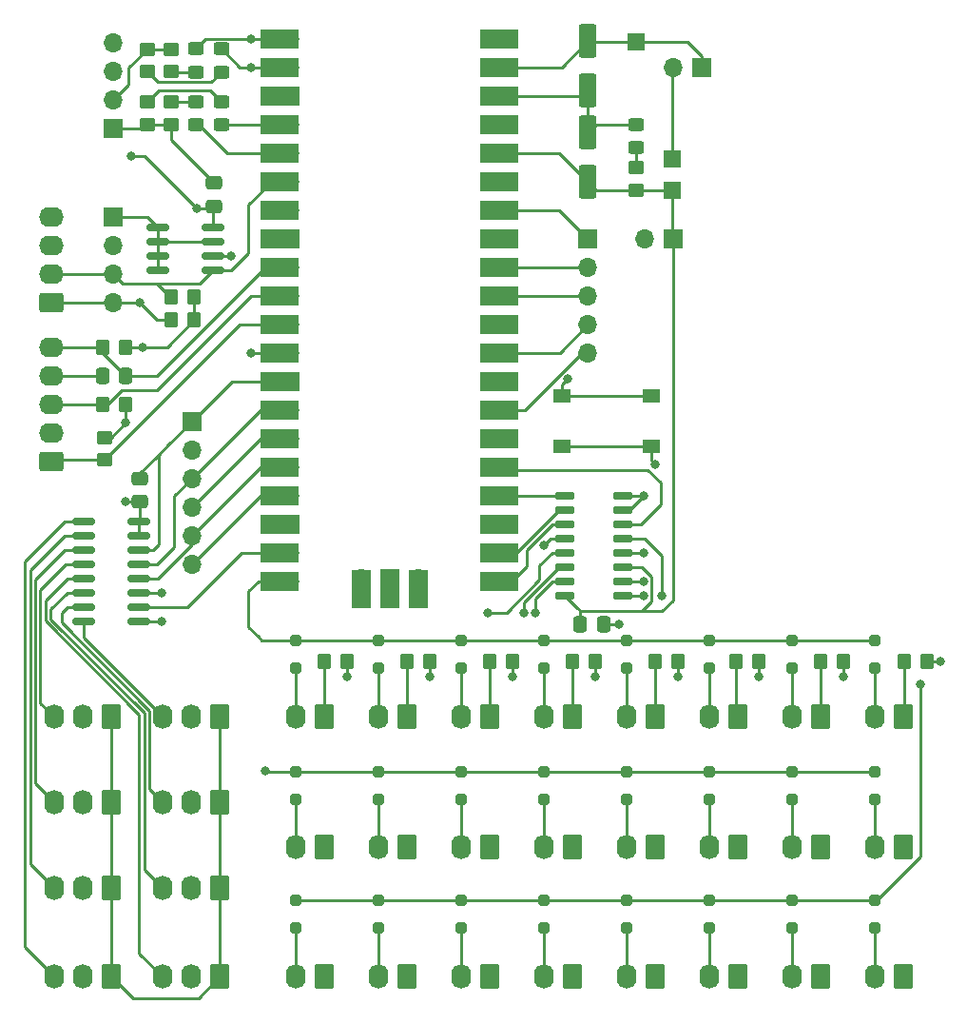
<source format=gtl>
%TF.GenerationSoftware,KiCad,Pcbnew,8.0.2*%
%TF.CreationDate,2024-05-29T13:58:31+02:00*%
%TF.ProjectId,porscheMuehk,706f7273-6368-4654-9d75-65686b2e6b69,rev?*%
%TF.SameCoordinates,Original*%
%TF.FileFunction,Copper,L1,Top*%
%TF.FilePolarity,Positive*%
%FSLAX46Y46*%
G04 Gerber Fmt 4.6, Leading zero omitted, Abs format (unit mm)*
G04 Created by KiCad (PCBNEW 8.0.2) date 2024-05-29 13:58:31*
%MOMM*%
%LPD*%
G01*
G04 APERTURE LIST*
G04 Aperture macros list*
%AMRoundRect*
0 Rectangle with rounded corners*
0 $1 Rounding radius*
0 $2 $3 $4 $5 $6 $7 $8 $9 X,Y pos of 4 corners*
0 Add a 4 corners polygon primitive as box body*
4,1,4,$2,$3,$4,$5,$6,$7,$8,$9,$2,$3,0*
0 Add four circle primitives for the rounded corners*
1,1,$1+$1,$2,$3*
1,1,$1+$1,$4,$5*
1,1,$1+$1,$6,$7*
1,1,$1+$1,$8,$9*
0 Add four rect primitives between the rounded corners*
20,1,$1+$1,$2,$3,$4,$5,0*
20,1,$1+$1,$4,$5,$6,$7,0*
20,1,$1+$1,$6,$7,$8,$9,0*
20,1,$1+$1,$8,$9,$2,$3,0*%
G04 Aperture macros list end*
%TA.AperFunction,ComponentPad*%
%ADD10RoundRect,0.250000X0.620000X0.845000X-0.620000X0.845000X-0.620000X-0.845000X0.620000X-0.845000X0*%
%TD*%
%TA.AperFunction,ComponentPad*%
%ADD11O,1.740000X2.190000*%
%TD*%
%TA.AperFunction,SMDPad,CuDef*%
%ADD12RoundRect,0.250000X-0.250000X0.250000X-0.250000X-0.250000X0.250000X-0.250000X0.250000X0.250000X0*%
%TD*%
%TA.AperFunction,SMDPad,CuDef*%
%ADD13RoundRect,0.250000X-0.450000X0.350000X-0.450000X-0.350000X0.450000X-0.350000X0.450000X0.350000X0*%
%TD*%
%TA.AperFunction,SMDPad,CuDef*%
%ADD14RoundRect,0.250000X0.350000X0.450000X-0.350000X0.450000X-0.350000X-0.450000X0.350000X-0.450000X0*%
%TD*%
%TA.AperFunction,SMDPad,CuDef*%
%ADD15RoundRect,0.250000X-0.550000X1.250000X-0.550000X-1.250000X0.550000X-1.250000X0.550000X1.250000X0*%
%TD*%
%TA.AperFunction,SMDPad,CuDef*%
%ADD16RoundRect,0.250000X0.450000X-0.350000X0.450000X0.350000X-0.450000X0.350000X-0.450000X-0.350000X0*%
%TD*%
%TA.AperFunction,SMDPad,CuDef*%
%ADD17RoundRect,0.250000X0.337500X0.475000X-0.337500X0.475000X-0.337500X-0.475000X0.337500X-0.475000X0*%
%TD*%
%TA.AperFunction,SMDPad,CuDef*%
%ADD18RoundRect,0.150000X-0.825000X-0.150000X0.825000X-0.150000X0.825000X0.150000X-0.825000X0.150000X0*%
%TD*%
%TA.AperFunction,SMDPad,CuDef*%
%ADD19R,1.550000X1.300000*%
%TD*%
%TA.AperFunction,SMDPad,CuDef*%
%ADD20RoundRect,0.250000X-0.337500X-0.475000X0.337500X-0.475000X0.337500X0.475000X-0.337500X0.475000X0*%
%TD*%
%TA.AperFunction,SMDPad,CuDef*%
%ADD21RoundRect,0.150000X0.725000X0.150000X-0.725000X0.150000X-0.725000X-0.150000X0.725000X-0.150000X0*%
%TD*%
%TA.AperFunction,SMDPad,CuDef*%
%ADD22RoundRect,0.250000X-0.450000X0.325000X-0.450000X-0.325000X0.450000X-0.325000X0.450000X0.325000X0*%
%TD*%
%TA.AperFunction,SMDPad,CuDef*%
%ADD23R,1.500000X1.500000*%
%TD*%
%TA.AperFunction,ComponentPad*%
%ADD24R,1.700000X1.700000*%
%TD*%
%TA.AperFunction,ComponentPad*%
%ADD25O,1.700000X1.700000*%
%TD*%
%TA.AperFunction,SMDPad,CuDef*%
%ADD26RoundRect,0.250000X-0.350000X-0.450000X0.350000X-0.450000X0.350000X0.450000X-0.350000X0.450000X0*%
%TD*%
%TA.AperFunction,SMDPad,CuDef*%
%ADD27RoundRect,0.250000X0.475000X-0.337500X0.475000X0.337500X-0.475000X0.337500X-0.475000X-0.337500X0*%
%TD*%
%TA.AperFunction,ComponentPad*%
%ADD28RoundRect,0.250000X0.845000X-0.620000X0.845000X0.620000X-0.845000X0.620000X-0.845000X-0.620000X0*%
%TD*%
%TA.AperFunction,ComponentPad*%
%ADD29O,2.190000X1.740000*%
%TD*%
%TA.AperFunction,SMDPad,CuDef*%
%ADD30RoundRect,0.250000X0.550000X-1.250000X0.550000X1.250000X-0.550000X1.250000X-0.550000X-1.250000X0*%
%TD*%
%TA.AperFunction,SMDPad,CuDef*%
%ADD31R,3.500000X1.700000*%
%TD*%
%TA.AperFunction,SMDPad,CuDef*%
%ADD32R,1.700000X3.500000*%
%TD*%
%TA.AperFunction,ViaPad*%
%ADD33C,0.800000*%
%TD*%
%TA.AperFunction,Conductor*%
%ADD34C,0.250000*%
%TD*%
G04 APERTURE END LIST*
D10*
%TO.P,J42,1,Pin_1*%
%TO.N,Net-(J26-Pin_1)*%
X91313000Y-106152000D03*
D11*
%TO.P,J42,2,Pin_2*%
%TO.N,Net-(D27-A)*%
X88773000Y-106152000D03*
%TD*%
D12*
%TO.P,D22,1,K*%
%TO.N,/Column 2*%
X51943000Y-99334000D03*
%TO.P,D22,2,A*%
%TO.N,Net-(D22-A)*%
X51943000Y-101834000D03*
%TD*%
D13*
%TO.P,R4,1*%
%TO.N,Net-(D4-K)*%
X38735000Y-28337000D03*
%TO.P,R4,2*%
%TO.N,GND*%
X38735000Y-30337000D03*
%TD*%
D14*
%TO.P,R8,1*%
%TO.N,VCC*%
X36814000Y-55245000D03*
%TO.P,R8,2*%
%TO.N,/ENCODER-DT*%
X34814000Y-55245000D03*
%TD*%
%TO.P,R13,1*%
%TO.N,GND*%
X71231000Y-78105000D03*
%TO.P,R13,2*%
%TO.N,Net-(J23-Pin_1)*%
X69231000Y-78105000D03*
%TD*%
D15*
%TO.P,C1,1*%
%TO.N,+5V*%
X77978000Y-22946000D03*
%TO.P,C1,2*%
%TO.N,GND*%
X77978000Y-27346000D03*
%TD*%
D14*
%TO.P,R9,1*%
%TO.N,VCC*%
X36814000Y-50165000D03*
%TO.P,R9,2*%
%TO.N,/ENCODER-CLK*%
X34814000Y-50165000D03*
%TD*%
D10*
%TO.P,J41,1,Pin_1*%
%TO.N,Net-(J25-Pin_1)*%
X83947000Y-106152000D03*
D11*
%TO.P,J41,2,Pin_2*%
%TO.N,Net-(D26-A)*%
X81407000Y-106152000D03*
%TD*%
D12*
%TO.P,D19,1,K*%
%TO.N,/Column 1*%
X88773000Y-87904000D03*
%TO.P,D19,2,A*%
%TO.N,Net-(D19-A)*%
X88773000Y-90404000D03*
%TD*%
D16*
%TO.P,R3,1*%
%TO.N,Net-(D3-A)*%
X38735000Y-25638000D03*
%TO.P,R3,2*%
%TO.N,VCC*%
X38735000Y-23638000D03*
%TD*%
D10*
%TO.P,J30,1,Pin_1*%
%TO.N,Net-(J22-Pin_1)*%
X61849000Y-94595000D03*
D11*
%TO.P,J30,2,Pin_2*%
%TO.N,Net-(D15-A)*%
X59309000Y-94595000D03*
%TD*%
D12*
%TO.P,D18,1,K*%
%TO.N,/Column 1*%
X81407000Y-87904000D03*
%TO.P,D18,2,A*%
%TO.N,Net-(D18-A)*%
X81407000Y-90404000D03*
%TD*%
D17*
%TO.P,C3,1*%
%TO.N,/ENCODER-CLK*%
X36851500Y-52705000D03*
%TO.P,C3,2*%
%TO.N,GND*%
X34776500Y-52705000D03*
%TD*%
D12*
%TO.P,D24,1,K*%
%TO.N,/Column 2*%
X66675000Y-99334000D03*
%TO.P,D24,2,A*%
%TO.N,Net-(D24-A)*%
X66675000Y-101834000D03*
%TD*%
%TO.P,D21,1,K*%
%TO.N,/Column 1*%
X103505000Y-87904000D03*
%TO.P,D21,2,A*%
%TO.N,Net-(D21-A)*%
X103505000Y-90404000D03*
%TD*%
D18*
%TO.P,U2,1,CH0*%
%TO.N,/A0*%
X33085000Y-65659000D03*
%TO.P,U2,2,CH1*%
%TO.N,/A1*%
X33085000Y-66929000D03*
%TO.P,U2,3,CH2*%
%TO.N,/A2*%
X33085000Y-68199000D03*
%TO.P,U2,4,CH3*%
%TO.N,/A3*%
X33085000Y-69469000D03*
%TO.P,U2,5,CH4*%
%TO.N,/A4*%
X33085000Y-70739000D03*
%TO.P,U2,6,CH5*%
%TO.N,/A5*%
X33085000Y-72009000D03*
%TO.P,U2,7,CH6*%
%TO.N,/A6*%
X33085000Y-73279000D03*
%TO.P,U2,8,CH7*%
%TO.N,/A7*%
X33085000Y-74549000D03*
%TO.P,U2,9,DGND*%
%TO.N,GND*%
X38035000Y-74549000D03*
%TO.P,U2,10,~{CS}/SHDN*%
%TO.N,/AD-CS*%
X38035000Y-73279000D03*
%TO.P,U2,11,Din*%
%TO.N,/SPI-MOSI*%
X38035000Y-72009000D03*
%TO.P,U2,12,Dout*%
%TO.N,/SPI-MISO*%
X38035000Y-70739000D03*
%TO.P,U2,13,CLK*%
%TO.N,/SPI-CLK*%
X38035000Y-69469000D03*
%TO.P,U2,14,AGND*%
%TO.N,GND*%
X38035000Y-68199000D03*
%TO.P,U2,15,Vref*%
%TO.N,VCC*%
X38035000Y-66929000D03*
%TO.P,U2,16,Vdd*%
X38035000Y-65659000D03*
%TD*%
D16*
%TO.P,R10,1*%
%TO.N,/ENCODER-BUTTON*%
X34925000Y-60182000D03*
%TO.P,R10,2*%
%TO.N,VCC*%
X34925000Y-58182000D03*
%TD*%
D10*
%TO.P,J33,1,Pin_1*%
%TO.N,Net-(J25-Pin_1)*%
X83947000Y-94595000D03*
D11*
%TO.P,J33,2,Pin_2*%
%TO.N,Net-(D18-A)*%
X81407000Y-94595000D03*
%TD*%
D12*
%TO.P,D7,1,K*%
%TO.N,/Column 0*%
X59309000Y-76220000D03*
%TO.P,D7,2,A*%
%TO.N,Net-(D7-A)*%
X59309000Y-78720000D03*
%TD*%
D10*
%TO.P,J23,1,Pin_1*%
%TO.N,Net-(J23-Pin_1)*%
X69215000Y-83038000D03*
D11*
%TO.P,J23,2,Pin_2*%
%TO.N,Net-(D8-A)*%
X66675000Y-83038000D03*
%TD*%
D12*
%TO.P,D10,1,K*%
%TO.N,/Column 0*%
X81407000Y-76220000D03*
%TO.P,D10,2,A*%
%TO.N,Net-(D10-A)*%
X81407000Y-78720000D03*
%TD*%
%TO.P,D26,1,K*%
%TO.N,/Column 2*%
X81407000Y-99334000D03*
%TO.P,D26,2,A*%
%TO.N,Net-(D26-A)*%
X81407000Y-101834000D03*
%TD*%
D10*
%TO.P,J44,1,Pin_1*%
%TO.N,Net-(J28-Pin_1)*%
X106045000Y-106152000D03*
D11*
%TO.P,J44,2,Pin_2*%
%TO.N,Net-(D29-A)*%
X103505000Y-106152000D03*
%TD*%
D10*
%TO.P,J29,1,Pin_1*%
%TO.N,Net-(J21-Pin_1)*%
X54483000Y-94595000D03*
D11*
%TO.P,J29,2,Pin_2*%
%TO.N,Net-(D14-A)*%
X51943000Y-94595000D03*
%TD*%
D14*
%TO.P,R12,1*%
%TO.N,GND*%
X63865000Y-78105000D03*
%TO.P,R12,2*%
%TO.N,Net-(J22-Pin_1)*%
X61865000Y-78105000D03*
%TD*%
D19*
%TO.P,SW1,1,1*%
%TO.N,/RESET-Switch*%
X75654000Y-54519000D03*
X83604000Y-54519000D03*
%TO.P,SW1,2,2*%
%TO.N,GND*%
X75654000Y-59019000D03*
X83604000Y-59019000D03*
%TD*%
D12*
%TO.P,D11,1,K*%
%TO.N,/Column 0*%
X88773000Y-76220000D03*
%TO.P,D11,2,A*%
%TO.N,Net-(D11-A)*%
X88773000Y-78720000D03*
%TD*%
%TO.P,D23,1,K*%
%TO.N,/Column 2*%
X59309000Y-99334000D03*
%TO.P,D23,2,A*%
%TO.N,Net-(D23-A)*%
X59309000Y-101834000D03*
%TD*%
D14*
%TO.P,R17,1*%
%TO.N,GND*%
X100695000Y-78105000D03*
%TO.P,R17,2*%
%TO.N,Net-(J27-Pin_1)*%
X98695000Y-78105000D03*
%TD*%
D10*
%TO.P,J36,1,Pin_1*%
%TO.N,Net-(J28-Pin_1)*%
X106045000Y-94595000D03*
D11*
%TO.P,J36,2,Pin_2*%
%TO.N,Net-(D21-A)*%
X103505000Y-94595000D03*
%TD*%
D18*
%TO.P,U3,1,A0*%
%TO.N,GND*%
X39689000Y-39497000D03*
%TO.P,U3,2,A1*%
X39689000Y-40767000D03*
%TO.P,U3,3,A2*%
X39689000Y-42037000D03*
%TO.P,U3,4,GND*%
X39689000Y-43307000D03*
%TO.P,U3,5,SDA*%
%TO.N,/SDA*%
X44639000Y-43307000D03*
%TO.P,U3,6,SCL*%
%TO.N,/SCL*%
X44639000Y-42037000D03*
%TO.P,U3,7,WP*%
%TO.N,GND*%
X44639000Y-40767000D03*
%TO.P,U3,8,VCC*%
%TO.N,VCC*%
X44639000Y-39497000D03*
%TD*%
D12*
%TO.P,D12,1,K*%
%TO.N,/Column 0*%
X96139000Y-76220000D03*
%TO.P,D12,2,A*%
%TO.N,Net-(D12-A)*%
X96139000Y-78720000D03*
%TD*%
D10*
%TO.P,J20,1,Pin_1*%
%TO.N,VCC*%
X45212000Y-83058000D03*
D11*
%TO.P,J20,2,Pin_2*%
%TO.N,GND*%
X42672000Y-83058000D03*
%TO.P,J20,3,Pin_3*%
%TO.N,/A7*%
X40132000Y-83058000D03*
%TD*%
D10*
%TO.P,J16,1,Pin_1*%
%TO.N,VCC*%
X35560000Y-83058000D03*
D11*
%TO.P,J16,2,Pin_2*%
%TO.N,GND*%
X33020000Y-83058000D03*
%TO.P,J16,3,Pin_3*%
%TO.N,/A3*%
X30480000Y-83058000D03*
%TD*%
D10*
%TO.P,J28,1,Pin_1*%
%TO.N,Net-(J28-Pin_1)*%
X106045000Y-83038000D03*
D11*
%TO.P,J28,2,Pin_2*%
%TO.N,Net-(D13-A)*%
X103505000Y-83038000D03*
%TD*%
D10*
%TO.P,J32,1,Pin_1*%
%TO.N,Net-(J24-Pin_1)*%
X76581000Y-94595000D03*
D11*
%TO.P,J32,2,Pin_2*%
%TO.N,Net-(D17-A)*%
X74041000Y-94595000D03*
%TD*%
D20*
%TO.P,C6,1*%
%TO.N,VCC*%
X77321500Y-74803000D03*
%TO.P,C6,2*%
%TO.N,GND*%
X79396500Y-74803000D03*
%TD*%
D10*
%TO.P,J34,1,Pin_1*%
%TO.N,Net-(J26-Pin_1)*%
X91313000Y-94595000D03*
D11*
%TO.P,J34,2,Pin_2*%
%TO.N,Net-(D19-A)*%
X88773000Y-94595000D03*
%TD*%
D14*
%TO.P,R11,1*%
%TO.N,GND*%
X56499000Y-78105000D03*
%TO.P,R11,2*%
%TO.N,Net-(J21-Pin_1)*%
X54499000Y-78105000D03*
%TD*%
D21*
%TO.P,U4,1,A4*%
%TO.N,Net-(J25-Pin_1)*%
X81096000Y-72263000D03*
%TO.P,U4,2,A6*%
%TO.N,Net-(J27-Pin_1)*%
X81096000Y-70993000D03*
%TO.P,U4,3,A*%
%TO.N,VCC*%
X81096000Y-69723000D03*
%TO.P,U4,4,A7*%
%TO.N,Net-(J28-Pin_1)*%
X81096000Y-68453000D03*
%TO.P,U4,5,A5*%
%TO.N,Net-(J26-Pin_1)*%
X81096000Y-67183000D03*
%TO.P,U4,6,~{E}*%
%TO.N,/DEMUX-E*%
X81096000Y-65913000D03*
%TO.P,U4,7,VEE*%
%TO.N,GND*%
X81096000Y-64643000D03*
%TO.P,U4,8,GND*%
X81096000Y-63373000D03*
%TO.P,U4,9,S2*%
%TO.N,/DEMUX-S2*%
X75946000Y-63373000D03*
%TO.P,U4,10,S1*%
%TO.N,/DEMUX-S1*%
X75946000Y-64643000D03*
%TO.P,U4,11,S0*%
%TO.N,/DEMUX-S0*%
X75946000Y-65913000D03*
%TO.P,U4,12,A3*%
%TO.N,Net-(J24-Pin_1)*%
X75946000Y-67183000D03*
%TO.P,U4,13,A0*%
%TO.N,Net-(J21-Pin_1)*%
X75946000Y-68453000D03*
%TO.P,U4,14,A1*%
%TO.N,Net-(J22-Pin_1)*%
X75946000Y-69723000D03*
%TO.P,U4,15,A2*%
%TO.N,Net-(J23-Pin_1)*%
X75946000Y-70993000D03*
%TO.P,U4,16,VCC*%
%TO.N,VCC*%
X75946000Y-72263000D03*
%TD*%
D12*
%TO.P,D20,1,K*%
%TO.N,/Column 1*%
X96139000Y-87904000D03*
%TO.P,D20,2,A*%
%TO.N,Net-(D20-A)*%
X96139000Y-90404000D03*
%TD*%
D13*
%TO.P,R5,1*%
%TO.N,Net-(D5-K)*%
X40894000Y-28337000D03*
%TO.P,R5,2*%
%TO.N,GND*%
X40894000Y-30337000D03*
%TD*%
D14*
%TO.P,R15,1*%
%TO.N,GND*%
X85963000Y-78105000D03*
%TO.P,R15,2*%
%TO.N,Net-(J25-Pin_1)*%
X83963000Y-78105000D03*
%TD*%
D10*
%TO.P,J38,1,Pin_1*%
%TO.N,Net-(J22-Pin_1)*%
X61849000Y-106152000D03*
D11*
%TO.P,J38,2,Pin_2*%
%TO.N,Net-(D23-A)*%
X59309000Y-106152000D03*
%TD*%
D22*
%TO.P,D4,1,K*%
%TO.N,Net-(D4-K)*%
X45339000Y-28312000D03*
%TO.P,D4,2,A*%
%TO.N,/LED 0*%
X45339000Y-30362000D03*
%TD*%
D10*
%TO.P,J22,1,Pin_1*%
%TO.N,Net-(J22-Pin_1)*%
X61849000Y-83038000D03*
D11*
%TO.P,J22,2,Pin_2*%
%TO.N,Net-(D7-A)*%
X59309000Y-83038000D03*
%TD*%
D23*
%TO.P,J6,1,Pin_1*%
%TO.N,+5V*%
X82296000Y-22987000D03*
%TD*%
D10*
%TO.P,J13,1,Pin_1*%
%TO.N,VCC*%
X35560000Y-106176000D03*
D11*
%TO.P,J13,2,Pin_2*%
%TO.N,GND*%
X33020000Y-106176000D03*
%TO.P,J13,3,Pin_3*%
%TO.N,/A0*%
X30480000Y-106176000D03*
%TD*%
D10*
%TO.P,J39,1,Pin_1*%
%TO.N,Net-(J23-Pin_1)*%
X69215000Y-106152000D03*
D11*
%TO.P,J39,2,Pin_2*%
%TO.N,Net-(D24-A)*%
X66675000Y-106152000D03*
%TD*%
D12*
%TO.P,D17,1,K*%
%TO.N,/Column 1*%
X74041000Y-87904000D03*
%TO.P,D17,2,A*%
%TO.N,Net-(D17-A)*%
X74041000Y-90404000D03*
%TD*%
D10*
%TO.P,J40,1,Pin_1*%
%TO.N,Net-(J24-Pin_1)*%
X76581000Y-106152000D03*
D11*
%TO.P,J40,2,Pin_2*%
%TO.N,Net-(D25-A)*%
X74041000Y-106152000D03*
%TD*%
D24*
%TO.P,J3,1,Pin_1*%
%TO.N,GND*%
X35712000Y-38608000D03*
D25*
%TO.P,J3,2,Pin_2*%
%TO.N,VCC*%
X35712000Y-41148000D03*
%TO.P,J3,3,Pin_3*%
%TO.N,/SDA*%
X35712000Y-43688000D03*
%TO.P,J3,4,Pin_4*%
%TO.N,/SCL*%
X35712000Y-46228000D03*
%TD*%
D14*
%TO.P,R16,1*%
%TO.N,GND*%
X93202000Y-78105000D03*
%TO.P,R16,2*%
%TO.N,Net-(J26-Pin_1)*%
X91202000Y-78105000D03*
%TD*%
D10*
%TO.P,J31,1,Pin_1*%
%TO.N,Net-(J23-Pin_1)*%
X69215000Y-94595000D03*
D11*
%TO.P,J31,2,Pin_2*%
%TO.N,Net-(D16-A)*%
X66675000Y-94595000D03*
%TD*%
D14*
%TO.P,R18,1*%
%TO.N,GND*%
X108188000Y-78105000D03*
%TO.P,R18,2*%
%TO.N,Net-(J28-Pin_1)*%
X106188000Y-78105000D03*
%TD*%
D10*
%TO.P,J26,1,Pin_1*%
%TO.N,Net-(J26-Pin_1)*%
X91313000Y-83038000D03*
D11*
%TO.P,J26,2,Pin_2*%
%TO.N,Net-(D11-A)*%
X88773000Y-83038000D03*
%TD*%
D12*
%TO.P,D15,1,K*%
%TO.N,/Column 1*%
X59309000Y-87904000D03*
%TO.P,D15,2,A*%
%TO.N,Net-(D15-A)*%
X59309000Y-90404000D03*
%TD*%
D10*
%TO.P,J35,1,Pin_1*%
%TO.N,Net-(J27-Pin_1)*%
X98679000Y-94595000D03*
D11*
%TO.P,J35,2,Pin_2*%
%TO.N,Net-(D20-A)*%
X96139000Y-94595000D03*
%TD*%
D12*
%TO.P,D29,1,K*%
%TO.N,/Column 2*%
X103505000Y-99334000D03*
%TO.P,D29,2,A*%
%TO.N,Net-(D29-A)*%
X103505000Y-101834000D03*
%TD*%
D10*
%TO.P,J14,1,Pin_1*%
%TO.N,VCC*%
X35560000Y-98298000D03*
D11*
%TO.P,J14,2,Pin_2*%
%TO.N,GND*%
X33020000Y-98298000D03*
%TO.P,J14,3,Pin_3*%
%TO.N,/A1*%
X30480000Y-98298000D03*
%TD*%
D26*
%TO.P,R7,1*%
%TO.N,/SCL*%
X40910000Y-47752000D03*
%TO.P,R7,2*%
%TO.N,VCC*%
X42910000Y-47752000D03*
%TD*%
D10*
%TO.P,J25,1,Pin_1*%
%TO.N,Net-(J25-Pin_1)*%
X83947000Y-83038000D03*
D11*
%TO.P,J25,2,Pin_2*%
%TO.N,Net-(D10-A)*%
X81407000Y-83038000D03*
%TD*%
D24*
%TO.P,J1,1,Pin_1*%
%TO.N,GND*%
X35687000Y-30734000D03*
D25*
%TO.P,J1,2,Pin_2*%
%TO.N,VCC*%
X35687000Y-28194000D03*
%TO.P,J1,3,Pin_3*%
%TO.N,/UART-RX*%
X35687000Y-25654000D03*
%TO.P,J1,4,Pin_4*%
%TO.N,/UART-TX*%
X35687000Y-23114000D03*
%TD*%
D24*
%TO.P,J4,1,Pin_1*%
%TO.N,GND*%
X42697000Y-56769000D03*
D25*
%TO.P,J4,2,Pin_2*%
%TO.N,VCC*%
X42697000Y-59309000D03*
%TO.P,J4,3,Pin_3*%
%TO.N,/SPI-CLK*%
X42697000Y-61849000D03*
%TO.P,J4,4,Pin_4*%
%TO.N,/SPI-MOSI*%
X42697000Y-64389000D03*
%TO.P,J4,5,Pin_5*%
%TO.N,/SPI-MISO*%
X42697000Y-66929000D03*
%TO.P,J4,6,Pin_6*%
%TO.N,/SPI-OUT-CS*%
X42697000Y-69469000D03*
%TD*%
D12*
%TO.P,D25,1,K*%
%TO.N,/Column 2*%
X74041000Y-99334000D03*
%TO.P,D25,2,A*%
%TO.N,Net-(D25-A)*%
X74041000Y-101834000D03*
%TD*%
D26*
%TO.P,R6,1*%
%TO.N,/SDA*%
X40910000Y-45720000D03*
%TO.P,R6,2*%
%TO.N,VCC*%
X42910000Y-45720000D03*
%TD*%
D10*
%TO.P,J19,1,Pin_1*%
%TO.N,VCC*%
X45212000Y-90678000D03*
D11*
%TO.P,J19,2,Pin_2*%
%TO.N,GND*%
X42672000Y-90678000D03*
%TO.P,J19,3,Pin_3*%
%TO.N,/A6*%
X40132000Y-90678000D03*
%TD*%
D10*
%TO.P,J21,1,Pin_1*%
%TO.N,Net-(J21-Pin_1)*%
X54483000Y-83038000D03*
D11*
%TO.P,J21,2,Pin_2*%
%TO.N,Net-(D6-A)*%
X51943000Y-83038000D03*
%TD*%
D12*
%TO.P,D13,1,K*%
%TO.N,/Column 0*%
X103505000Y-76220000D03*
%TO.P,D13,2,A*%
%TO.N,Net-(D13-A)*%
X103505000Y-78720000D03*
%TD*%
D22*
%TO.P,D1,1,K*%
%TO.N,GND*%
X82296000Y-30344000D03*
%TO.P,D1,2,A*%
%TO.N,Net-(D1-A)*%
X82296000Y-32394000D03*
%TD*%
D27*
%TO.P,C4,1*%
%TO.N,VCC*%
X44704000Y-37613500D03*
%TO.P,C4,2*%
%TO.N,GND*%
X44704000Y-35538500D03*
%TD*%
D23*
%TO.P,J10,1,Pin_1*%
%TO.N,VCC*%
X85471000Y-36195000D03*
%TD*%
%TO.P,J9,1,Pin_1*%
%TO.N,GND*%
X85471000Y-33401000D03*
%TD*%
D12*
%TO.P,D6,1,K*%
%TO.N,/Column 0*%
X51943000Y-76220000D03*
%TO.P,D6,2,A*%
%TO.N,Net-(D6-A)*%
X51943000Y-78720000D03*
%TD*%
%TO.P,D27,1,K*%
%TO.N,/Column 2*%
X88773000Y-99334000D03*
%TO.P,D27,2,A*%
%TO.N,Net-(D27-A)*%
X88773000Y-101834000D03*
%TD*%
%TO.P,D9,1,K*%
%TO.N,/Column 0*%
X74041000Y-76220000D03*
%TO.P,D9,2,A*%
%TO.N,Net-(D9-A)*%
X74041000Y-78720000D03*
%TD*%
%TO.P,D16,1,K*%
%TO.N,/Column 1*%
X66675000Y-87904000D03*
%TO.P,D16,2,A*%
%TO.N,Net-(D16-A)*%
X66675000Y-90404000D03*
%TD*%
D28*
%TO.P,J2,1,Pin_1*%
%TO.N,/SCL*%
X30246000Y-46228000D03*
D29*
%TO.P,J2,2,Pin_2*%
%TO.N,/SDA*%
X30246000Y-43688000D03*
%TO.P,J2,3,Pin_3*%
%TO.N,+5V*%
X30246000Y-41148000D03*
%TO.P,J2,4,Pin_4*%
%TO.N,GND*%
X30246000Y-38608000D03*
%TD*%
D12*
%TO.P,D14,1,K*%
%TO.N,/Column 1*%
X51943000Y-87904000D03*
%TO.P,D14,2,A*%
%TO.N,Net-(D14-A)*%
X51943000Y-90404000D03*
%TD*%
D13*
%TO.P,R1,1*%
%TO.N,Net-(D1-A)*%
X82296000Y-34179000D03*
%TO.P,R1,2*%
%TO.N,VCC*%
X82296000Y-36179000D03*
%TD*%
D22*
%TO.P,D5,1,K*%
%TO.N,Net-(D5-K)*%
X43053000Y-28312000D03*
%TO.P,D5,2,A*%
%TO.N,/LED 1*%
X43053000Y-30362000D03*
%TD*%
D14*
%TO.P,R14,1*%
%TO.N,GND*%
X78597000Y-78105000D03*
%TO.P,R14,2*%
%TO.N,Net-(J24-Pin_1)*%
X76597000Y-78105000D03*
%TD*%
D28*
%TO.P,J45,1,Pin_1*%
%TO.N,/ENCODER-BUTTON*%
X30246000Y-60325000D03*
D29*
%TO.P,J45,2,Pin_2*%
%TO.N,GND*%
X30246000Y-57785000D03*
%TO.P,J45,3,Pin_3*%
%TO.N,/ENCODER-DT*%
X30246000Y-55245000D03*
%TO.P,J45,4,Pin_4*%
%TO.N,GND*%
X30246000Y-52705000D03*
%TO.P,J45,5,Pin_5*%
%TO.N,/ENCODER-CLK*%
X30246000Y-50165000D03*
%TD*%
D10*
%TO.P,J27,1,Pin_1*%
%TO.N,Net-(J27-Pin_1)*%
X98679000Y-83038000D03*
D11*
%TO.P,J27,2,Pin_2*%
%TO.N,Net-(D12-A)*%
X96139000Y-83038000D03*
%TD*%
D22*
%TO.P,D2,1,K*%
%TO.N,/UART-TX*%
X43053000Y-23613000D03*
%TO.P,D2,2,A*%
%TO.N,Net-(D2-A)*%
X43053000Y-25663000D03*
%TD*%
D24*
%TO.P,J5,1,Pin_1*%
%TO.N,Net-(J5-Pin_1)*%
X77958000Y-40543000D03*
D25*
%TO.P,J5,2,Pin_2*%
%TO.N,Net-(J5-Pin_2)*%
X77958000Y-43083000D03*
%TO.P,J5,3,Pin_3*%
%TO.N,Net-(J5-Pin_3)*%
X77958000Y-45623000D03*
%TO.P,J5,4,Pin_4*%
%TO.N,Net-(J5-Pin_4)*%
X77958000Y-48163000D03*
%TO.P,J5,5,Pin_5*%
%TO.N,Net-(J5-Pin_5)*%
X77958000Y-50703000D03*
%TD*%
D30*
%TO.P,C2,1*%
%TO.N,VCC*%
X77978000Y-35474000D03*
%TO.P,C2,2*%
%TO.N,GND*%
X77978000Y-31074000D03*
%TD*%
D16*
%TO.P,R2,1*%
%TO.N,Net-(D2-A)*%
X40894000Y-25638000D03*
%TO.P,R2,2*%
%TO.N,VCC*%
X40894000Y-23638000D03*
%TD*%
D10*
%TO.P,J37,1,Pin_1*%
%TO.N,Net-(J21-Pin_1)*%
X54483000Y-106152000D03*
D11*
%TO.P,J37,2,Pin_2*%
%TO.N,Net-(D22-A)*%
X51943000Y-106152000D03*
%TD*%
D10*
%TO.P,J43,1,Pin_1*%
%TO.N,Net-(J27-Pin_1)*%
X98679000Y-106152000D03*
D11*
%TO.P,J43,2,Pin_2*%
%TO.N,Net-(D28-A)*%
X96139000Y-106152000D03*
%TD*%
D22*
%TO.P,D3,1,K*%
%TO.N,/UART-RX*%
X45339000Y-23613000D03*
%TO.P,D3,2,A*%
%TO.N,Net-(D3-A)*%
X45339000Y-25663000D03*
%TD*%
D24*
%TO.P,J8,1,Pin_1*%
%TO.N,+5V*%
X88118000Y-25298000D03*
D25*
%TO.P,J8,2,Pin_2*%
%TO.N,GND*%
X85578000Y-25298000D03*
%TD*%
D10*
%TO.P,J18,1,Pin_1*%
%TO.N,VCC*%
X45212000Y-98298000D03*
D11*
%TO.P,J18,2,Pin_2*%
%TO.N,GND*%
X42672000Y-98298000D03*
%TO.P,J18,3,Pin_3*%
%TO.N,/A5*%
X40132000Y-98298000D03*
%TD*%
D24*
%TO.P,J7,1,Pin_1*%
%TO.N,VCC*%
X85578000Y-40538000D03*
D25*
%TO.P,J7,2,Pin_2*%
%TO.N,GND*%
X83038000Y-40538000D03*
%TD*%
%TO.P,U1,1,GPIO0*%
%TO.N,/UART-TX*%
X51423000Y-22733000D03*
D31*
X50523000Y-22733000D03*
D25*
%TO.P,U1,2,GPIO1*%
%TO.N,/UART-RX*%
X51423000Y-25273000D03*
D31*
X50523000Y-25273000D03*
D24*
%TO.P,U1,3,GND*%
%TO.N,GND*%
X51423000Y-27813000D03*
D31*
X50523000Y-27813000D03*
D25*
%TO.P,U1,4,GPIO2*%
%TO.N,/LED 0*%
X51423000Y-30353000D03*
D31*
X50523000Y-30353000D03*
D25*
%TO.P,U1,5,GPIO3*%
%TO.N,/LED 1*%
X51423000Y-32893000D03*
D31*
X50523000Y-32893000D03*
D25*
%TO.P,U1,6,GPIO4*%
%TO.N,/SDA*%
X51423000Y-35433000D03*
D31*
X50523000Y-35433000D03*
D25*
%TO.P,U1,7,GPIO5*%
%TO.N,/SCL*%
X51423000Y-37973000D03*
D31*
X50523000Y-37973000D03*
D24*
%TO.P,U1,8,GND*%
%TO.N,GND*%
X51423000Y-40513000D03*
D31*
X50523000Y-40513000D03*
D25*
%TO.P,U1,9,GPIO6*%
%TO.N,/ENCODER-CLK*%
X51423000Y-43053000D03*
D31*
X50523000Y-43053000D03*
D25*
%TO.P,U1,10,GPIO7*%
%TO.N,/ENCODER-DT*%
X51423000Y-45593000D03*
D31*
X50523000Y-45593000D03*
D25*
%TO.P,U1,11,GPIO8*%
%TO.N,/ENCODER-BUTTON*%
X51423000Y-48133000D03*
D31*
X50523000Y-48133000D03*
D25*
%TO.P,U1,12,GPIO9*%
%TO.N,/Column 1*%
X51423000Y-50673000D03*
D31*
X50523000Y-50673000D03*
D24*
%TO.P,U1,13,GND*%
%TO.N,GND*%
X51423000Y-53213000D03*
D31*
X50523000Y-53213000D03*
D25*
%TO.P,U1,14,GPIO10*%
%TO.N,/SPI-CLK*%
X51423000Y-55753000D03*
D31*
X50523000Y-55753000D03*
D25*
%TO.P,U1,15,GPIO11*%
%TO.N,/SPI-MOSI*%
X51423000Y-58293000D03*
D31*
X50523000Y-58293000D03*
D25*
%TO.P,U1,16,GPIO12*%
%TO.N,/SPI-MISO*%
X51423000Y-60833000D03*
D31*
X50523000Y-60833000D03*
D25*
%TO.P,U1,17,GPIO13*%
%TO.N,/SPI-OUT-CS*%
X51423000Y-63373000D03*
D31*
X50523000Y-63373000D03*
D24*
%TO.P,U1,18,GND*%
%TO.N,GND*%
X51423000Y-65913000D03*
D31*
X50523000Y-65913000D03*
D25*
%TO.P,U1,19,GPIO14*%
%TO.N,/AD-CS*%
X51423000Y-68453000D03*
D31*
X50523000Y-68453000D03*
D25*
%TO.P,U1,20,GPIO15*%
%TO.N,/Column 0*%
X51423000Y-70993000D03*
D31*
X50523000Y-70993000D03*
D25*
%TO.P,U1,21,GPIO16*%
%TO.N,/DEMUX-S0*%
X69203000Y-70993000D03*
D31*
X70103000Y-70993000D03*
D25*
%TO.P,U1,22,GPIO17*%
%TO.N,/DEMUX-S1*%
X69203000Y-68453000D03*
D31*
X70103000Y-68453000D03*
D24*
%TO.P,U1,23,GND*%
%TO.N,GND*%
X69203000Y-65913000D03*
D31*
X70103000Y-65913000D03*
D25*
%TO.P,U1,24,GPIO18*%
%TO.N,/DEMUX-S2*%
X69203000Y-63373000D03*
D31*
X70103000Y-63373000D03*
D25*
%TO.P,U1,25,GPIO19*%
%TO.N,/DEMUX-E*%
X69203000Y-60833000D03*
D31*
X70103000Y-60833000D03*
D25*
%TO.P,U1,26,GPIO20*%
%TO.N,/Column 2*%
X69203000Y-58293000D03*
D31*
X70103000Y-58293000D03*
D25*
%TO.P,U1,27,GPIO21*%
%TO.N,Net-(J5-Pin_5)*%
X69203000Y-55753000D03*
D31*
X70103000Y-55753000D03*
D24*
%TO.P,U1,28,GND*%
%TO.N,GND*%
X69203000Y-53213000D03*
D31*
X70103000Y-53213000D03*
D25*
%TO.P,U1,29,GPIO22*%
%TO.N,Net-(J5-Pin_4)*%
X69203000Y-50673000D03*
D31*
X70103000Y-50673000D03*
D25*
%TO.P,U1,30,RUN*%
%TO.N,/RESET-Switch*%
X69203000Y-48133000D03*
D31*
X70103000Y-48133000D03*
D25*
%TO.P,U1,31,GPIO26_ADC0*%
%TO.N,Net-(J5-Pin_3)*%
X69203000Y-45593000D03*
D31*
X70103000Y-45593000D03*
D25*
%TO.P,U1,32,GPIO27_ADC1*%
%TO.N,Net-(J5-Pin_2)*%
X69203000Y-43053000D03*
D31*
X70103000Y-43053000D03*
D24*
%TO.P,U1,33,AGND*%
%TO.N,unconnected-(U1-AGND-Pad33)*%
X69203000Y-40513000D03*
D31*
X70103000Y-40513000D03*
D25*
%TO.P,U1,34,GPIO28_ADC2*%
%TO.N,Net-(J5-Pin_1)*%
X69203000Y-37973000D03*
D31*
X70103000Y-37973000D03*
D25*
%TO.P,U1,35,ADC_VREF*%
%TO.N,unconnected-(U1-ADC_VREF-Pad35)*%
X69203000Y-35433000D03*
D31*
X70103000Y-35433000D03*
D25*
%TO.P,U1,36,3V3*%
%TO.N,VCC*%
X69203000Y-32893000D03*
D31*
X70103000Y-32893000D03*
D25*
%TO.P,U1,37,3V3_EN*%
%TO.N,unconnected-(U1-3V3_EN-Pad37)*%
X69203000Y-30353000D03*
D31*
X70103000Y-30353000D03*
D24*
%TO.P,U1,38,GND*%
%TO.N,GND*%
X69203000Y-27813000D03*
D31*
X70103000Y-27813000D03*
D25*
%TO.P,U1,39,VSYS*%
%TO.N,+5V*%
X69203000Y-25273000D03*
D31*
X70103000Y-25273000D03*
D25*
%TO.P,U1,40,VBUS*%
%TO.N,unconnected-(U1-VBUS-Pad40)*%
X69203000Y-22733000D03*
D31*
X70103000Y-22733000D03*
D25*
%TO.P,U1,41,SWCLK*%
%TO.N,unconnected-(U1-SWCLK-Pad41)*%
X57773000Y-70763000D03*
D32*
X57773000Y-71663000D03*
D24*
%TO.P,U1,42,GND*%
%TO.N,GND*%
X60313000Y-70763000D03*
D32*
X60313000Y-71663000D03*
D25*
%TO.P,U1,43,SWDIO*%
%TO.N,unconnected-(U1-SWDIO-Pad43)*%
X62853000Y-70763000D03*
D32*
X62853000Y-71663000D03*
%TD*%
D10*
%TO.P,J17,1,Pin_1*%
%TO.N,VCC*%
X45212000Y-106176000D03*
D11*
%TO.P,J17,2,Pin_2*%
%TO.N,GND*%
X42672000Y-106176000D03*
%TO.P,J17,3,Pin_3*%
%TO.N,/A4*%
X40132000Y-106176000D03*
%TD*%
D10*
%TO.P,J24,1,Pin_1*%
%TO.N,Net-(J24-Pin_1)*%
X76581000Y-83038000D03*
D11*
%TO.P,J24,2,Pin_2*%
%TO.N,Net-(D9-A)*%
X74041000Y-83038000D03*
%TD*%
D12*
%TO.P,D8,1,K*%
%TO.N,/Column 0*%
X66675000Y-76220000D03*
%TO.P,D8,2,A*%
%TO.N,Net-(D8-A)*%
X66675000Y-78720000D03*
%TD*%
D27*
%TO.P,C5,1*%
%TO.N,VCC*%
X38100000Y-63902500D03*
%TO.P,C5,2*%
%TO.N,GND*%
X38100000Y-61827500D03*
%TD*%
D10*
%TO.P,J15,1,Pin_1*%
%TO.N,VCC*%
X35560000Y-90678000D03*
D11*
%TO.P,J15,2,Pin_2*%
%TO.N,GND*%
X33020000Y-90678000D03*
%TO.P,J15,3,Pin_3*%
%TO.N,/A2*%
X30480000Y-90678000D03*
%TD*%
D12*
%TO.P,D28,1,K*%
%TO.N,/Column 2*%
X96139000Y-99334000D03*
%TO.P,D28,2,A*%
%TO.N,Net-(D28-A)*%
X96139000Y-101834000D03*
%TD*%
D33*
%TO.N,VCC*%
X36830000Y-63902500D03*
X43180000Y-37846000D03*
X36830000Y-56896000D03*
X37338000Y-33147000D03*
X38354000Y-50165000D03*
%TO.N,GND*%
X82931000Y-63373000D03*
X100711000Y-79502000D03*
X93218000Y-79502000D03*
X40005000Y-74549000D03*
X63881000Y-79502000D03*
X83947000Y-60579000D03*
X109347000Y-78105000D03*
X80772000Y-74803000D03*
X56515000Y-79502000D03*
X71247000Y-79502000D03*
X78613000Y-79502000D03*
X85979000Y-79502000D03*
%TO.N,/UART-TX*%
X48006000Y-22733000D03*
%TO.N,/SCL*%
X46228000Y-42037000D03*
X38100000Y-46228000D03*
%TO.N,/UART-RX*%
X48006000Y-25273000D03*
%TO.N,/SPI-MOSI*%
X40005000Y-72009000D03*
%TO.N,/Column 1*%
X48006000Y-50673000D03*
X49276000Y-87884000D03*
%TO.N,/Column 2*%
X107569000Y-80137000D03*
%TO.N,/RESET-Switch*%
X76200000Y-52959000D03*
%TO.N,Net-(J28-Pin_1)*%
X82931000Y-68453000D03*
%TO.N,Net-(J21-Pin_1)*%
X69088000Y-73787000D03*
%TO.N,Net-(J22-Pin_1)*%
X72263000Y-73787000D03*
%TO.N,Net-(J25-Pin_1)*%
X82931000Y-72263000D03*
%TO.N,Net-(J23-Pin_1)*%
X73279000Y-73787000D03*
%TO.N,Net-(J24-Pin_1)*%
X74041000Y-67818000D03*
%TO.N,Net-(J26-Pin_1)*%
X84582000Y-72263000D03*
%TO.N,Net-(J27-Pin_1)*%
X82931000Y-70993000D03*
%TD*%
D34*
%TO.N,VCC*%
X44704000Y-37613500D02*
X44471500Y-37846000D01*
X45212000Y-83058000D02*
X45212000Y-90678000D01*
X77978000Y-35474000D02*
X78683000Y-36179000D01*
X42910000Y-45720000D02*
X42910000Y-47752000D01*
X37084000Y-25289000D02*
X37084000Y-26797000D01*
X40497000Y-50165000D02*
X38354000Y-50165000D01*
X77321500Y-73681500D02*
X77343000Y-73660000D01*
X36830000Y-56896000D02*
X36814000Y-56880000D01*
X38100000Y-63902500D02*
X38100000Y-65594000D01*
X37338000Y-33147000D02*
X38481000Y-33147000D01*
X85471000Y-40431000D02*
X85578000Y-40538000D01*
X38481000Y-33147000D02*
X43180000Y-37846000D01*
X45212000Y-98298000D02*
X45212000Y-106176000D01*
X36814000Y-56880000D02*
X36814000Y-55245000D01*
X82804000Y-73660000D02*
X84582000Y-73660000D01*
X36830000Y-63902500D02*
X38100000Y-63902500D01*
X85471000Y-36195000D02*
X85471000Y-40431000D01*
X84582000Y-73660000D02*
X85578000Y-72664000D01*
X35560000Y-90678000D02*
X35560000Y-98298000D01*
X82804000Y-69723000D02*
X81096000Y-69723000D01*
X34925000Y-58182000D02*
X35544000Y-58182000D01*
X43311000Y-108077000D02*
X37461000Y-108077000D01*
X83656000Y-70575000D02*
X82804000Y-69723000D01*
X82804000Y-73660000D02*
X83656000Y-72808000D01*
X77343000Y-73660000D02*
X82804000Y-73660000D01*
X44639000Y-37678500D02*
X44704000Y-37613500D01*
X44471500Y-37846000D02*
X43180000Y-37846000D01*
X38035000Y-65659000D02*
X38035000Y-66929000D01*
X45212000Y-90678000D02*
X45212000Y-98298000D01*
X85578000Y-72664000D02*
X85578000Y-40538000D01*
X35560000Y-83058000D02*
X35560000Y-90678000D01*
X75397000Y-32893000D02*
X69203000Y-32893000D01*
X45212000Y-106176000D02*
X43311000Y-108077000D01*
X82296000Y-36179000D02*
X82312000Y-36195000D01*
X36814000Y-50165000D02*
X38354000Y-50165000D01*
X77978000Y-35474000D02*
X75397000Y-32893000D01*
X42910000Y-47752000D02*
X40497000Y-50165000D01*
X38100000Y-65594000D02*
X38035000Y-65659000D01*
X82312000Y-36195000D02*
X85471000Y-36195000D01*
X40894000Y-23638000D02*
X38735000Y-23638000D01*
X38735000Y-23638000D02*
X37084000Y-25289000D01*
X83656000Y-72808000D02*
X83656000Y-70575000D01*
X78683000Y-36179000D02*
X82296000Y-36179000D01*
X44639000Y-39497000D02*
X44639000Y-37678500D01*
X37084000Y-26797000D02*
X35687000Y-28194000D01*
X75946000Y-72263000D02*
X77067500Y-73384500D01*
X35560000Y-98298000D02*
X35560000Y-106176000D01*
X37461000Y-108077000D02*
X35560000Y-106176000D01*
X77067500Y-73384500D02*
X77343000Y-73660000D01*
X35544000Y-58182000D02*
X36830000Y-56896000D01*
X77321500Y-74803000D02*
X77321500Y-73681500D01*
%TO.N,GND*%
X100711000Y-78121000D02*
X100695000Y-78105000D01*
X81096000Y-64643000D02*
X81661000Y-64643000D01*
X39243000Y-68199000D02*
X39751000Y-67691000D01*
X56515000Y-79502000D02*
X56515000Y-78121000D01*
X78613000Y-78121000D02*
X78597000Y-78105000D01*
X69203000Y-27813000D02*
X77511000Y-27813000D01*
X51423000Y-53213000D02*
X46253000Y-53213000D01*
X40894000Y-30337000D02*
X38735000Y-30337000D01*
X40652500Y-58813500D02*
X39573000Y-59893000D01*
X44639000Y-40767000D02*
X39689000Y-40767000D01*
X40894000Y-31728500D02*
X40894000Y-30337000D01*
X77978000Y-31074000D02*
X77978000Y-27346000D01*
X83604000Y-59019000D02*
X75654000Y-59019000D01*
X39689000Y-39497000D02*
X38800000Y-38608000D01*
X39751000Y-67691000D02*
X39751000Y-59715000D01*
X109347000Y-78105000D02*
X108188000Y-78105000D01*
X71247000Y-79502000D02*
X71247000Y-78121000D01*
X93218000Y-78121000D02*
X93202000Y-78105000D01*
X38035000Y-74549000D02*
X40005000Y-74549000D01*
X93218000Y-79502000D02*
X93218000Y-78121000D01*
X56515000Y-78121000D02*
X56499000Y-78105000D01*
X46253000Y-53213000D02*
X42697000Y-56769000D01*
X39573000Y-59893000D02*
X38100000Y-61366000D01*
X100711000Y-79502000D02*
X100711000Y-78121000D01*
X83604000Y-59019000D02*
X83604000Y-60236000D01*
X42697000Y-56769000D02*
X40652500Y-58813500D01*
X85979000Y-79502000D02*
X85979000Y-78121000D01*
X79396500Y-74803000D02*
X80772000Y-74803000D01*
X77511000Y-27813000D02*
X77978000Y-27346000D01*
X83604000Y-60236000D02*
X83947000Y-60579000D01*
X78613000Y-79502000D02*
X78613000Y-78121000D01*
X85979000Y-78121000D02*
X85963000Y-78105000D01*
X85471000Y-25405000D02*
X85578000Y-25298000D01*
X39689000Y-43307000D02*
X39689000Y-42037000D01*
X38800000Y-38608000D02*
X35712000Y-38608000D01*
X38100000Y-61366000D02*
X38100000Y-61827500D01*
X38735000Y-30337000D02*
X38338000Y-30734000D01*
X39751000Y-59715000D02*
X40652500Y-58813500D01*
X39689000Y-42037000D02*
X39689000Y-40767000D01*
X81661000Y-64643000D02*
X82931000Y-63373000D01*
X71247000Y-78121000D02*
X71231000Y-78105000D01*
X34776500Y-52705000D02*
X30246000Y-52705000D01*
X44704000Y-35538500D02*
X40894000Y-31728500D01*
X78708000Y-30344000D02*
X77978000Y-31074000D01*
X39689000Y-40767000D02*
X39689000Y-39497000D01*
X38338000Y-30734000D02*
X35687000Y-30734000D01*
X38035000Y-68199000D02*
X39243000Y-68199000D01*
X63881000Y-79502000D02*
X63881000Y-78121000D01*
X82296000Y-30344000D02*
X78708000Y-30344000D01*
X85471000Y-33401000D02*
X85471000Y-25405000D01*
X81096000Y-63373000D02*
X82931000Y-63373000D01*
X63881000Y-78121000D02*
X63865000Y-78105000D01*
%TO.N,/ENCODER-CLK*%
X39624000Y-52705000D02*
X49276000Y-43053000D01*
X34814000Y-50165000D02*
X30246000Y-50165000D01*
X36851500Y-52705000D02*
X39624000Y-52705000D01*
X49276000Y-43053000D02*
X51423000Y-43053000D01*
X34814000Y-50165000D02*
X34814000Y-50667500D01*
X34814000Y-50667500D02*
X36851500Y-52705000D01*
%TO.N,+5V*%
X88118000Y-24237000D02*
X88118000Y-25298000D01*
X77978000Y-22946000D02*
X75651000Y-25273000D01*
X75651000Y-25273000D02*
X69203000Y-25273000D01*
X77978000Y-22946000D02*
X78019000Y-22987000D01*
X82296000Y-22987000D02*
X86868000Y-22987000D01*
X78019000Y-22987000D02*
X82296000Y-22987000D01*
X86868000Y-22987000D02*
X88118000Y-24237000D01*
%TO.N,/UART-TX*%
X51423000Y-22733000D02*
X51403000Y-22713000D01*
X43953000Y-22713000D02*
X43053000Y-23613000D01*
X51403000Y-22713000D02*
X48026000Y-22713000D01*
X48006000Y-22733000D02*
X47986000Y-22713000D01*
X47986000Y-22713000D02*
X43953000Y-22713000D01*
X48026000Y-22713000D02*
X48006000Y-22733000D01*
%TO.N,Net-(D1-A)*%
X82296000Y-32394000D02*
X82296000Y-34179000D01*
%TO.N,/SDA*%
X39624000Y-44538000D02*
X36562000Y-44538000D01*
X47752000Y-41783000D02*
X46228000Y-43307000D01*
X43408000Y-44538000D02*
X39624000Y-44538000D01*
X35712000Y-43688000D02*
X30246000Y-43688000D01*
X49813000Y-35433000D02*
X47752000Y-37494000D01*
X40806000Y-45720000D02*
X39624000Y-44538000D01*
X51423000Y-35433000D02*
X49813000Y-35433000D01*
X47752000Y-37494000D02*
X47752000Y-41783000D01*
X46228000Y-43307000D02*
X44639000Y-43307000D01*
X36562000Y-44538000D02*
X35712000Y-43688000D01*
X44639000Y-43307000D02*
X43408000Y-44538000D01*
X40910000Y-45720000D02*
X40806000Y-45720000D01*
%TO.N,/SCL*%
X44639000Y-42037000D02*
X46228000Y-42037000D01*
X35712000Y-46228000D02*
X38100000Y-46228000D01*
X35712000Y-46228000D02*
X30246000Y-46228000D01*
X40910000Y-47752000D02*
X39624000Y-47752000D01*
X39624000Y-47752000D02*
X38100000Y-46228000D01*
%TO.N,/UART-RX*%
X48006000Y-25273000D02*
X46999000Y-25273000D01*
X46999000Y-25273000D02*
X45339000Y-23613000D01*
X48006000Y-25273000D02*
X51423000Y-25273000D01*
%TO.N,Net-(D2-A)*%
X40919000Y-25663000D02*
X40894000Y-25638000D01*
X43053000Y-25663000D02*
X40919000Y-25663000D01*
%TO.N,Net-(D4-K)*%
X38735000Y-28337000D02*
X39767000Y-27305000D01*
X39767000Y-27305000D02*
X44332000Y-27305000D01*
X44332000Y-27305000D02*
X45339000Y-28312000D01*
%TO.N,Net-(D3-A)*%
X39660000Y-26563000D02*
X44439000Y-26563000D01*
X38735000Y-25638000D02*
X39660000Y-26563000D01*
X44439000Y-26563000D02*
X45339000Y-25663000D01*
%TO.N,Net-(D5-K)*%
X43053000Y-28312000D02*
X40919000Y-28312000D01*
X40919000Y-28312000D02*
X40894000Y-28337000D01*
%TO.N,Net-(D27-A)*%
X88773000Y-106152000D02*
X88773000Y-101834000D01*
%TO.N,Net-(D6-A)*%
X51943000Y-78720000D02*
X51943000Y-83038000D01*
%TO.N,Net-(D7-A)*%
X59309000Y-78720000D02*
X59309000Y-83038000D01*
%TO.N,Net-(D8-A)*%
X66675000Y-78720000D02*
X66675000Y-83038000D01*
%TO.N,Net-(D9-A)*%
X74041000Y-83038000D02*
X74041000Y-78720000D01*
%TO.N,Net-(D10-A)*%
X81407000Y-78720000D02*
X81407000Y-83038000D01*
%TO.N,Net-(D11-A)*%
X88773000Y-83038000D02*
X88773000Y-78720000D01*
%TO.N,Net-(D12-A)*%
X96139000Y-78720000D02*
X96139000Y-83038000D01*
%TO.N,Net-(D13-A)*%
X103505000Y-78720000D02*
X103505000Y-83038000D01*
%TO.N,Net-(D14-A)*%
X51943000Y-94595000D02*
X51943000Y-90404000D01*
%TO.N,Net-(D15-A)*%
X59309000Y-90404000D02*
X59309000Y-94595000D01*
%TO.N,Net-(D16-A)*%
X66675000Y-90404000D02*
X66675000Y-94595000D01*
%TO.N,Net-(D17-A)*%
X74041000Y-94595000D02*
X74041000Y-90404000D01*
%TO.N,/A0*%
X31369000Y-65659000D02*
X27813000Y-69215000D01*
X27813000Y-69215000D02*
X27813000Y-103509000D01*
X27813000Y-103509000D02*
X30480000Y-106176000D01*
X33085000Y-65659000D02*
X31369000Y-65659000D01*
%TO.N,/A1*%
X28321000Y-69977000D02*
X31369000Y-66929000D01*
X28321000Y-96139000D02*
X28321000Y-69977000D01*
X31369000Y-66929000D02*
X33085000Y-66929000D01*
X30480000Y-98298000D02*
X28321000Y-96139000D01*
%TO.N,/A2*%
X28771000Y-88969000D02*
X30480000Y-90678000D01*
X33085000Y-68199000D02*
X31369000Y-68199000D01*
X31369000Y-68199000D02*
X28771000Y-70797000D01*
X28771000Y-70797000D02*
X28771000Y-88969000D01*
%TO.N,/A3*%
X29221000Y-71744000D02*
X31496000Y-69469000D01*
X31496000Y-69469000D02*
X33085000Y-69469000D01*
X29221000Y-81799000D02*
X29221000Y-71744000D01*
X30480000Y-83058000D02*
X29221000Y-81799000D01*
%TO.N,/A4*%
X38037000Y-82872188D02*
X38037000Y-104081000D01*
X29671000Y-74506188D02*
X38037000Y-82872188D01*
X33085000Y-70739000D02*
X31623000Y-70739000D01*
X31623000Y-70739000D02*
X29671000Y-72691000D01*
X29671000Y-72691000D02*
X29671000Y-74506188D01*
X38037000Y-104081000D02*
X40132000Y-106176000D01*
%TO.N,/A5*%
X40132000Y-98298000D02*
X38487000Y-96653000D01*
X38487000Y-96653000D02*
X38487000Y-82685792D01*
X38487000Y-82685792D02*
X30163198Y-74361990D01*
X31623000Y-72009000D02*
X33085000Y-72009000D01*
X30163198Y-74361990D02*
X30163198Y-73468802D01*
X30163198Y-73468802D02*
X31623000Y-72009000D01*
%TO.N,/A6*%
X31115000Y-73787000D02*
X31115000Y-74677396D01*
X38937000Y-82499396D02*
X38937000Y-89483000D01*
X33085000Y-73279000D02*
X31623000Y-73279000D01*
X31115000Y-74677396D02*
X38937000Y-82499396D01*
X38937000Y-89483000D02*
X40132000Y-90678000D01*
X31623000Y-73279000D02*
X31115000Y-73787000D01*
%TO.N,/A7*%
X33085000Y-74549000D02*
X33085000Y-76011000D01*
X33085000Y-76011000D02*
X40132000Y-83058000D01*
%TO.N,Net-(D28-A)*%
X96139000Y-101834000D02*
X96139000Y-106152000D01*
%TO.N,Net-(D18-A)*%
X81407000Y-90404000D02*
X81407000Y-94595000D01*
%TO.N,Net-(D19-A)*%
X88773000Y-94595000D02*
X88773000Y-90404000D01*
%TO.N,Net-(D20-A)*%
X96139000Y-90404000D02*
X96139000Y-94595000D01*
%TO.N,Net-(D21-A)*%
X103505000Y-94595000D02*
X103505000Y-90404000D01*
%TO.N,Net-(D22-A)*%
X51943000Y-101834000D02*
X51943000Y-106152000D01*
%TO.N,/ENCODER-DT*%
X34814000Y-55245000D02*
X30246000Y-55245000D01*
X48006000Y-45593000D02*
X51423000Y-45593000D01*
X39624000Y-53975000D02*
X48006000Y-45593000D01*
X36470827Y-53975000D02*
X39624000Y-53975000D01*
X35200827Y-55245000D02*
X36470827Y-53975000D01*
X34814000Y-55245000D02*
X35200827Y-55245000D01*
%TO.N,Net-(D23-A)*%
X59309000Y-106152000D02*
X59309000Y-101834000D01*
%TO.N,Net-(D24-A)*%
X66675000Y-101834000D02*
X66675000Y-106152000D01*
%TO.N,Net-(D25-A)*%
X74041000Y-106152000D02*
X74041000Y-101834000D01*
%TO.N,Net-(D26-A)*%
X81407000Y-101834000D02*
X81407000Y-106152000D01*
%TO.N,Net-(D29-A)*%
X103505000Y-106152000D02*
X103505000Y-101834000D01*
%TO.N,/LED 0*%
X51414000Y-30362000D02*
X51423000Y-30353000D01*
X45339000Y-30362000D02*
X51414000Y-30362000D01*
%TO.N,Net-(J5-Pin_1)*%
X77958000Y-40523000D02*
X75408000Y-37973000D01*
X77958000Y-40543000D02*
X77958000Y-40523000D01*
X69203000Y-37973000D02*
X75408000Y-37973000D01*
%TO.N,/LED 1*%
X45847000Y-32893000D02*
X43316000Y-30362000D01*
X51423000Y-32893000D02*
X45847000Y-32893000D01*
X43316000Y-30362000D02*
X43053000Y-30362000D01*
%TO.N,/SPI-CLK*%
X39624000Y-69469000D02*
X38035000Y-69469000D01*
X42697000Y-61849000D02*
X41148000Y-63398000D01*
X41148000Y-67945000D02*
X39624000Y-69469000D01*
X51423000Y-55753000D02*
X48793000Y-55753000D01*
X48793000Y-55753000D02*
X42697000Y-61849000D01*
X41148000Y-63398000D02*
X41148000Y-67945000D01*
%TO.N,/SPI-MOSI*%
X40005000Y-72009000D02*
X38035000Y-72009000D01*
X48793000Y-58293000D02*
X42697000Y-64389000D01*
X51423000Y-58293000D02*
X48793000Y-58293000D01*
%TO.N,/SPI-MISO*%
X39674750Y-70739000D02*
X38035000Y-70739000D01*
X51423000Y-60833000D02*
X48793000Y-60833000D01*
X42697000Y-67716750D02*
X39674750Y-70739000D01*
X48793000Y-60833000D02*
X42697000Y-66929000D01*
X42697000Y-66929000D02*
X42697000Y-67716750D01*
%TO.N,/SPI-OUT-CS*%
X48793000Y-63373000D02*
X42697000Y-69469000D01*
X51423000Y-63373000D02*
X48793000Y-63373000D01*
%TO.N,/ENCODER-BUTTON*%
X46974000Y-48133000D02*
X51423000Y-48133000D01*
X34925000Y-60182000D02*
X46974000Y-48133000D01*
X34925000Y-60182000D02*
X30389000Y-60182000D01*
X30389000Y-60182000D02*
X30246000Y-60325000D01*
%TO.N,/AD-CS*%
X42291000Y-73279000D02*
X38035000Y-73279000D01*
X51423000Y-68453000D02*
X47117000Y-68453000D01*
X47117000Y-68453000D02*
X42291000Y-73279000D01*
%TO.N,/Column 0*%
X103505000Y-76220000D02*
X96139000Y-76220000D01*
X66675000Y-76220000D02*
X59309000Y-76220000D01*
X96139000Y-76220000D02*
X88773000Y-76220000D01*
X48915000Y-76220000D02*
X48641000Y-75946000D01*
X88773000Y-76220000D02*
X81407000Y-76220000D01*
X47752000Y-71882000D02*
X47752000Y-75057000D01*
X74041000Y-76220000D02*
X66675000Y-76220000D01*
X47752000Y-75057000D02*
X48641000Y-75946000D01*
X48641000Y-70993000D02*
X47752000Y-71882000D01*
X51423000Y-70993000D02*
X48641000Y-70993000D01*
X59309000Y-76220000D02*
X51943000Y-76220000D01*
X51943000Y-76220000D02*
X48915000Y-76220000D01*
X81407000Y-76220000D02*
X74041000Y-76220000D01*
%TO.N,/Column 1*%
X81407000Y-87904000D02*
X74041000Y-87904000D01*
X103505000Y-87904000D02*
X96139000Y-87904000D01*
X96139000Y-87904000D02*
X88773000Y-87904000D01*
X49276000Y-87884000D02*
X49296000Y-87904000D01*
X59309000Y-87904000D02*
X51943000Y-87904000D01*
X59309000Y-87904000D02*
X66675000Y-87904000D01*
X51423000Y-50673000D02*
X48006000Y-50673000D01*
X49296000Y-87904000D02*
X51943000Y-87904000D01*
X74041000Y-87904000D02*
X66675000Y-87904000D01*
X81407000Y-87904000D02*
X88773000Y-87904000D01*
%TO.N,/Column 2*%
X103505000Y-99334000D02*
X96139000Y-99334000D01*
X74041000Y-99334000D02*
X66675000Y-99334000D01*
X107569000Y-80137000D02*
X107569000Y-95470000D01*
X59309000Y-99334000D02*
X66675000Y-99334000D01*
X103705000Y-99334000D02*
X107569000Y-95470000D01*
X103505000Y-99334000D02*
X103705000Y-99334000D01*
X81407000Y-99334000D02*
X74041000Y-99334000D01*
X88773000Y-99334000D02*
X81407000Y-99334000D01*
X96139000Y-99334000D02*
X88773000Y-99334000D01*
X59309000Y-99334000D02*
X51943000Y-99334000D01*
%TO.N,/RESET-Switch*%
X83604000Y-54519000D02*
X75654000Y-54519000D01*
X75654000Y-54519000D02*
X75654000Y-53505000D01*
X75654000Y-53505000D02*
X76200000Y-52959000D01*
%TO.N,Net-(J5-Pin_2)*%
X69233000Y-43083000D02*
X69203000Y-43053000D01*
X77958000Y-43083000D02*
X69233000Y-43083000D01*
%TO.N,Net-(J28-Pin_1)*%
X106188000Y-78105000D02*
X106188000Y-82895000D01*
X81096000Y-68453000D02*
X82931000Y-68453000D01*
X106188000Y-82895000D02*
X106045000Y-83038000D01*
%TO.N,Net-(J5-Pin_3)*%
X77958000Y-45623000D02*
X69233000Y-45623000D01*
X69233000Y-45623000D02*
X69203000Y-45593000D01*
%TO.N,Net-(J5-Pin_4)*%
X75468000Y-50653000D02*
X77958000Y-48163000D01*
X75468000Y-50673000D02*
X75468000Y-50653000D01*
X69203000Y-50673000D02*
X75468000Y-50673000D01*
%TO.N,Net-(J5-Pin_5)*%
X72380695Y-55753000D02*
X69203000Y-55753000D01*
X77430695Y-50703000D02*
X72380695Y-55753000D01*
X77958000Y-50703000D02*
X77430695Y-50703000D01*
%TO.N,/DEMUX-E*%
X84455000Y-62230000D02*
X83312000Y-61087000D01*
X82677000Y-65913000D02*
X84455000Y-64135000D01*
X84455000Y-64135000D02*
X84455000Y-62230000D01*
X83312000Y-61087000D02*
X69457000Y-61087000D01*
X81096000Y-65913000D02*
X82677000Y-65913000D01*
X69457000Y-61087000D02*
X69203000Y-60833000D01*
%TO.N,/DEMUX-S0*%
X71151750Y-70993000D02*
X69203000Y-70993000D01*
X69203000Y-70993000D02*
X71237695Y-70993000D01*
X72517000Y-69627750D02*
X71151750Y-70993000D01*
X74804396Y-65913000D02*
X72517000Y-68200396D01*
X75946000Y-65913000D02*
X74804396Y-65913000D01*
X72517000Y-68200396D02*
X72517000Y-69627750D01*
%TO.N,/DEMUX-S1*%
X69203000Y-68453000D02*
X71628000Y-68453000D01*
X75438000Y-64643000D02*
X75946000Y-64643000D01*
X71628000Y-68453000D02*
X75438000Y-64643000D01*
%TO.N,/DEMUX-S2*%
X75946000Y-63373000D02*
X69203000Y-63373000D01*
%TO.N,Net-(J21-Pin_1)*%
X54499000Y-83022000D02*
X54483000Y-83038000D01*
X54499000Y-78105000D02*
X54499000Y-83022000D01*
X70737604Y-73787000D02*
X73660000Y-70864604D01*
X73660000Y-69596000D02*
X74803000Y-68453000D01*
X69088000Y-73787000D02*
X70737604Y-73787000D01*
X73660000Y-70864604D02*
X73660000Y-69596000D01*
X74803000Y-68453000D02*
X75946000Y-68453000D01*
%TO.N,Net-(J22-Pin_1)*%
X75438000Y-69723000D02*
X72263000Y-72898000D01*
X75946000Y-69723000D02*
X75438000Y-69723000D01*
X61865000Y-78105000D02*
X61865000Y-83022000D01*
X61865000Y-83022000D02*
X61849000Y-83038000D01*
X72263000Y-72898000D02*
X72263000Y-73787000D01*
%TO.N,Net-(J25-Pin_1)*%
X81096000Y-72263000D02*
X82931000Y-72263000D01*
X83963000Y-78105000D02*
X83963000Y-83022000D01*
X83963000Y-83022000D02*
X83947000Y-83038000D01*
%TO.N,Net-(J23-Pin_1)*%
X69231000Y-78105000D02*
X69231000Y-83022000D01*
X69231000Y-83022000D02*
X69215000Y-83038000D01*
X73279000Y-72518396D02*
X73279000Y-73787000D01*
X74804396Y-70993000D02*
X73279000Y-72518396D01*
X75946000Y-70993000D02*
X74804396Y-70993000D01*
%TO.N,Net-(J24-Pin_1)*%
X76597000Y-83022000D02*
X76581000Y-83038000D01*
X76597000Y-78105000D02*
X76597000Y-83022000D01*
X75946000Y-67183000D02*
X74676000Y-67183000D01*
X74676000Y-67183000D02*
X74041000Y-67818000D01*
%TO.N,Net-(J26-Pin_1)*%
X84582000Y-68707000D02*
X83058000Y-67183000D01*
X91202000Y-78105000D02*
X91202000Y-82927000D01*
X91202000Y-82927000D02*
X91313000Y-83038000D01*
X84582000Y-72263000D02*
X84582000Y-68707000D01*
X83058000Y-67183000D02*
X81096000Y-67183000D01*
%TO.N,Net-(J27-Pin_1)*%
X81096000Y-70993000D02*
X82931000Y-70993000D01*
X98679000Y-78121000D02*
X98679000Y-83038000D01*
X98695000Y-78105000D02*
X98679000Y-78121000D01*
%TD*%
M02*

</source>
